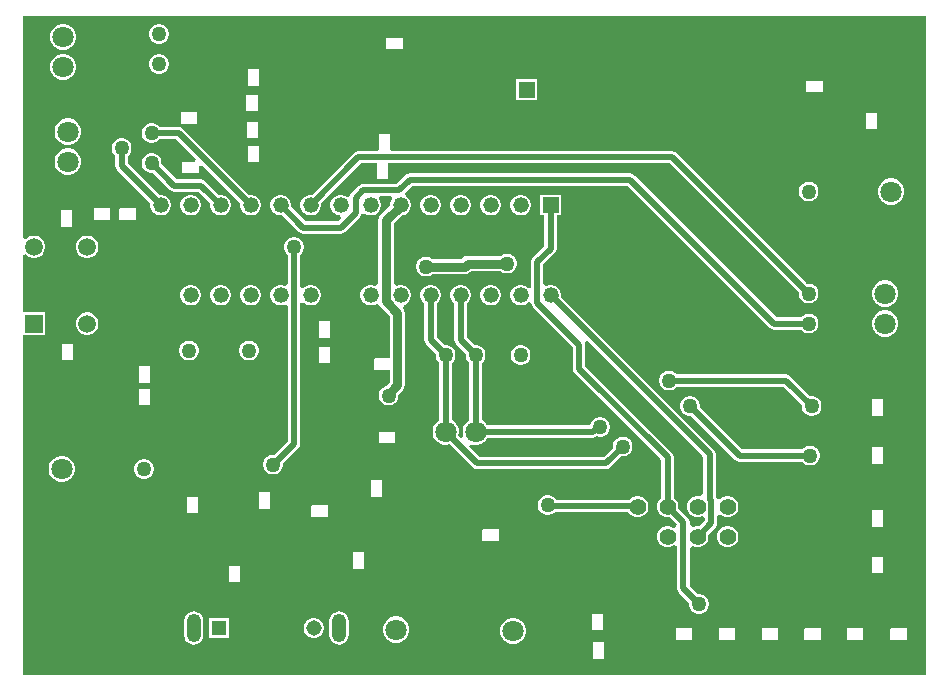
<source format=gbr>
%TF.GenerationSoftware,Altium Limited,Altium Designer,24.10.1 (45)*%
G04 Layer_Physical_Order=2*
G04 Layer_Color=16711680*
%FSLAX25Y25*%
%MOIN*%
%TF.SameCoordinates,9950C81B-CD0A-4F44-AB06-5448DEDD42A1*%
%TF.FilePolarity,Positive*%
%TF.FileFunction,Copper,L2,Bot,Signal*%
%TF.Part,Single*%
G01*
G75*
%TA.AperFunction,Conductor*%
%ADD19C,0.02000*%
%ADD20C,0.03000*%
%TA.AperFunction,ComponentPad*%
%ADD22C,0.07100*%
%ADD23C,0.05000*%
%ADD24R,0.05200X0.05200*%
%ADD25C,0.05200*%
%ADD26O,0.04756X0.09512*%
%ADD27C,0.05150*%
%ADD28R,0.05150X0.05150*%
%ADD29R,0.05900X0.05900*%
%ADD30C,0.05900*%
%ADD31C,0.05600*%
%ADD32R,0.05600X0.05600*%
%ADD33O,0.04200X0.04900*%
%ADD34O,0.04000X0.06700*%
%ADD35C,0.05500*%
%TA.AperFunction,ViaPad*%
%ADD36C,0.05000*%
G36*
X402500Y119000D02*
X101500D01*
Y231264D01*
X101533Y232250D01*
X102500Y232250D01*
X109034D01*
Y239750D01*
X102500D01*
X101533Y239750D01*
X101500Y240736D01*
Y258724D01*
X101595Y258793D01*
X102500Y259071D01*
X102981Y258590D01*
X103836Y258096D01*
X104790Y257841D01*
X105777D01*
X106731Y258096D01*
X107586Y258590D01*
X108284Y259288D01*
X108778Y260143D01*
X109034Y261097D01*
Y262084D01*
X108778Y263038D01*
X108284Y263893D01*
X107586Y264591D01*
X106731Y265085D01*
X105777Y265341D01*
X104790D01*
X103836Y265085D01*
X102981Y264591D01*
X102500Y264110D01*
X101595Y264388D01*
X101500Y264457D01*
Y338500D01*
X402500D01*
Y119000D01*
D02*
G37*
%LPC*%
G36*
X147434Y335800D02*
X146566D01*
X145726Y335575D01*
X144974Y335141D01*
X144359Y334526D01*
X143925Y333774D01*
X143700Y332934D01*
Y332066D01*
X143925Y331226D01*
X144359Y330474D01*
X144974Y329859D01*
X145726Y329425D01*
X146566Y329200D01*
X147434D01*
X148274Y329425D01*
X149026Y329859D01*
X149641Y330474D01*
X150075Y331226D01*
X150300Y332066D01*
Y332934D01*
X150075Y333774D01*
X149641Y334526D01*
X149026Y335141D01*
X148274Y335575D01*
X147434Y335800D01*
D02*
G37*
G36*
X228150Y331308D02*
X222850D01*
X222774Y331276D01*
X222742Y331200D01*
Y327700D01*
X222774Y327624D01*
X222850Y327592D01*
X228150D01*
X228226Y327624D01*
X228258Y327700D01*
Y331200D01*
X228226Y331276D01*
X228150Y331308D01*
D02*
G37*
G36*
X115573Y335850D02*
X114427D01*
X113321Y335554D01*
X112329Y334981D01*
X111519Y334171D01*
X110946Y333179D01*
X110650Y332073D01*
Y330927D01*
X110946Y329821D01*
X111519Y328829D01*
X112329Y328019D01*
X113321Y327446D01*
X114427Y327150D01*
X115573D01*
X116679Y327446D01*
X117671Y328019D01*
X118481Y328829D01*
X119054Y329821D01*
X119350Y330927D01*
Y332073D01*
X119054Y333179D01*
X118481Y334171D01*
X117671Y334981D01*
X116679Y335554D01*
X115573Y335850D01*
D02*
G37*
G36*
X147434Y325800D02*
X146566D01*
X145726Y325575D01*
X144974Y325141D01*
X144359Y324526D01*
X143925Y323774D01*
X143700Y322935D01*
Y322065D01*
X143925Y321226D01*
X144359Y320474D01*
X144974Y319859D01*
X145726Y319425D01*
X146566Y319200D01*
X147434D01*
X148274Y319425D01*
X149026Y319859D01*
X149641Y320474D01*
X150075Y321226D01*
X150300Y322065D01*
Y322935D01*
X150075Y323774D01*
X149641Y324526D01*
X149026Y325141D01*
X148274Y325575D01*
X147434Y325800D01*
D02*
G37*
G36*
X115573Y325850D02*
X114427D01*
X113321Y325554D01*
X112329Y324981D01*
X111519Y324171D01*
X110946Y323179D01*
X110650Y322073D01*
Y320927D01*
X110946Y319821D01*
X111519Y318829D01*
X112329Y318019D01*
X113321Y317446D01*
X114427Y317150D01*
X115573D01*
X116679Y317446D01*
X117671Y318019D01*
X118481Y318829D01*
X119054Y319821D01*
X119350Y320927D01*
Y322073D01*
X119054Y323179D01*
X118481Y324171D01*
X117671Y324981D01*
X116679Y325554D01*
X115573Y325850D01*
D02*
G37*
G36*
X180250Y320758D02*
X176750D01*
X176673Y320726D01*
X176642Y320650D01*
Y315350D01*
X176673Y315273D01*
X176750Y315242D01*
X180250D01*
X180326Y315273D01*
X180358Y315350D01*
Y320650D01*
X180326Y320726D01*
X180250Y320758D01*
D02*
G37*
G36*
X368150Y316858D02*
X362850D01*
X362773Y316827D01*
X362742Y316750D01*
Y313250D01*
X362773Y313174D01*
X362850Y313142D01*
X368150D01*
X368227Y313174D01*
X368258Y313250D01*
Y316750D01*
X368227Y316827D01*
X368150Y316858D01*
D02*
G37*
G36*
X273100Y317600D02*
X265900D01*
Y310400D01*
X273100D01*
Y317600D01*
D02*
G37*
G36*
X179700Y312258D02*
X176200D01*
X176123Y312227D01*
X176092Y312150D01*
Y306850D01*
X176123Y306773D01*
X176200Y306742D01*
X179700D01*
X179777Y306773D01*
X179808Y306850D01*
Y312150D01*
X179777Y312227D01*
X179700Y312258D01*
D02*
G37*
G36*
X159650Y306358D02*
X154350D01*
X154273Y306327D01*
X154242Y306250D01*
Y302750D01*
X154273Y302674D01*
X154350Y302642D01*
X159650D01*
X159727Y302674D01*
X159758Y302750D01*
Y306250D01*
X159727Y306327D01*
X159650Y306358D01*
D02*
G37*
G36*
X386250Y306258D02*
X382750D01*
X382674Y306226D01*
X382642Y306150D01*
Y300850D01*
X382674Y300774D01*
X382750Y300742D01*
X386250D01*
X386327Y300774D01*
X386358Y300850D01*
Y306150D01*
X386327Y306226D01*
X386250Y306258D01*
D02*
G37*
G36*
X179750Y303258D02*
X176250D01*
X176173Y303226D01*
X176142Y303150D01*
Y297850D01*
X176173Y297774D01*
X176250Y297742D01*
X179750D01*
X179826Y297774D01*
X179858Y297850D01*
Y303150D01*
X179826Y303226D01*
X179750Y303258D01*
D02*
G37*
G36*
X117073Y304350D02*
X115927D01*
X114821Y304054D01*
X113829Y303481D01*
X113019Y302671D01*
X112446Y301679D01*
X112150Y300573D01*
Y299427D01*
X112446Y298321D01*
X113019Y297329D01*
X113829Y296519D01*
X114821Y295946D01*
X115927Y295650D01*
X117073D01*
X118179Y295946D01*
X119171Y296519D01*
X119981Y297329D01*
X120554Y298321D01*
X120850Y299427D01*
Y300573D01*
X120554Y301679D01*
X119981Y302671D01*
X119171Y303481D01*
X118179Y304054D01*
X117073Y304350D01*
D02*
G37*
G36*
X223750Y299208D02*
X220250D01*
X220174Y299177D01*
X220142Y299100D01*
Y294439D01*
X220142Y293800D01*
X219218Y293439D01*
X213400D01*
X213400Y293439D01*
X212620Y293284D01*
X211958Y292842D01*
X211958Y292842D01*
X198002Y278886D01*
X197948Y278900D01*
X197052D01*
X196188Y278668D01*
X195412Y278221D01*
X194779Y277588D01*
X194332Y276812D01*
X194100Y275948D01*
Y275052D01*
X194332Y274188D01*
X194779Y273412D01*
X195412Y272779D01*
X196188Y272332D01*
X197052Y272100D01*
X197948D01*
X198812Y272332D01*
X199588Y272779D01*
X200221Y273412D01*
X200668Y274188D01*
X200900Y275052D01*
Y275948D01*
X200886Y276002D01*
X214245Y289361D01*
X219642D01*
Y284300D01*
X219673Y284224D01*
X219750Y284192D01*
X223250D01*
X223326Y284224D01*
X223358Y284300D01*
Y289361D01*
X317255D01*
X360200Y246416D01*
Y245566D01*
X360425Y244726D01*
X360859Y243974D01*
X361474Y243359D01*
X362226Y242925D01*
X363066Y242700D01*
X363934D01*
X364774Y242925D01*
X365526Y243359D01*
X366141Y243974D01*
X366575Y244726D01*
X366800Y245566D01*
Y246434D01*
X366575Y247274D01*
X366141Y248026D01*
X365526Y248641D01*
X364774Y249075D01*
X363934Y249300D01*
X363084D01*
X319542Y292842D01*
X318880Y293284D01*
X318100Y293439D01*
X224782D01*
X223858Y293800D01*
X223858Y294439D01*
Y299100D01*
X223827Y299177D01*
X223750Y299208D01*
D02*
G37*
G36*
X180250Y295258D02*
X176750D01*
X176673Y295227D01*
X176642Y295150D01*
Y289850D01*
X176673Y289774D01*
X176750Y289742D01*
X180250D01*
X180326Y289774D01*
X180358Y289850D01*
Y295150D01*
X180326Y295227D01*
X180250Y295258D01*
D02*
G37*
G36*
X117073Y294350D02*
X115927D01*
X114821Y294054D01*
X113829Y293481D01*
X113019Y292671D01*
X112446Y291679D01*
X112150Y290573D01*
Y289427D01*
X112446Y288321D01*
X113019Y287329D01*
X113829Y286519D01*
X114821Y285946D01*
X115927Y285650D01*
X117073D01*
X118179Y285946D01*
X119171Y286519D01*
X119981Y287329D01*
X120554Y288321D01*
X120850Y289427D01*
Y290573D01*
X120554Y291679D01*
X119981Y292671D01*
X119171Y293481D01*
X118179Y294054D01*
X117073Y294350D01*
D02*
G37*
G36*
X363934Y283300D02*
X363066D01*
X362226Y283075D01*
X361474Y282641D01*
X360859Y282026D01*
X360425Y281274D01*
X360200Y280434D01*
Y279566D01*
X360425Y278726D01*
X360859Y277974D01*
X361474Y277359D01*
X362226Y276925D01*
X363066Y276700D01*
X363934D01*
X364774Y276925D01*
X365526Y277359D01*
X366141Y277974D01*
X366575Y278726D01*
X366800Y279566D01*
Y280434D01*
X366575Y281274D01*
X366141Y282026D01*
X365526Y282641D01*
X364774Y283075D01*
X363934Y283300D01*
D02*
G37*
G36*
X391573Y284350D02*
X390427D01*
X389321Y284054D01*
X388329Y283481D01*
X387519Y282671D01*
X386946Y281679D01*
X386650Y280573D01*
Y279427D01*
X386946Y278321D01*
X387519Y277329D01*
X388329Y276519D01*
X389321Y275946D01*
X390427Y275650D01*
X391573D01*
X392679Y275946D01*
X393671Y276519D01*
X394481Y277329D01*
X395054Y278321D01*
X395350Y279427D01*
Y280573D01*
X395054Y281679D01*
X394481Y282671D01*
X393671Y283481D01*
X392679Y284054D01*
X391573Y284350D01*
D02*
G37*
G36*
X267948Y278900D02*
X267052D01*
X266188Y278668D01*
X265412Y278221D01*
X264779Y277588D01*
X264332Y276812D01*
X264100Y275948D01*
Y275052D01*
X264332Y274188D01*
X264779Y273412D01*
X265412Y272779D01*
X266188Y272332D01*
X267052Y272100D01*
X267948D01*
X268812Y272332D01*
X269588Y272779D01*
X270221Y273412D01*
X270668Y274188D01*
X270900Y275052D01*
Y275948D01*
X270668Y276812D01*
X270221Y277588D01*
X269588Y278221D01*
X268812Y278668D01*
X267948Y278900D01*
D02*
G37*
G36*
X257948D02*
X257052D01*
X256188Y278668D01*
X255412Y278221D01*
X254779Y277588D01*
X254332Y276812D01*
X254100Y275948D01*
Y275052D01*
X254332Y274188D01*
X254779Y273412D01*
X255412Y272779D01*
X256188Y272332D01*
X257052Y272100D01*
X257948D01*
X258812Y272332D01*
X259588Y272779D01*
X260221Y273412D01*
X260668Y274188D01*
X260900Y275052D01*
Y275948D01*
X260668Y276812D01*
X260221Y277588D01*
X259588Y278221D01*
X258812Y278668D01*
X257948Y278900D01*
D02*
G37*
G36*
X247948D02*
X247052D01*
X246188Y278668D01*
X245412Y278221D01*
X244779Y277588D01*
X244332Y276812D01*
X244100Y275948D01*
Y275052D01*
X244332Y274188D01*
X244779Y273412D01*
X245412Y272779D01*
X246188Y272332D01*
X247052Y272100D01*
X247948D01*
X248812Y272332D01*
X249588Y272779D01*
X250221Y273412D01*
X250668Y274188D01*
X250900Y275052D01*
Y275948D01*
X250668Y276812D01*
X250221Y277588D01*
X249588Y278221D01*
X248812Y278668D01*
X247948Y278900D01*
D02*
G37*
G36*
X237948D02*
X237052D01*
X236188Y278668D01*
X235412Y278221D01*
X234779Y277588D01*
X234332Y276812D01*
X234100Y275948D01*
Y275052D01*
X234332Y274188D01*
X234779Y273412D01*
X235412Y272779D01*
X236188Y272332D01*
X237052Y272100D01*
X237948D01*
X238812Y272332D01*
X239588Y272779D01*
X240221Y273412D01*
X240668Y274188D01*
X240900Y275052D01*
Y275948D01*
X240668Y276812D01*
X240221Y277588D01*
X239588Y278221D01*
X238812Y278668D01*
X237948Y278900D01*
D02*
G37*
G36*
X144934Y302800D02*
X144066D01*
X143226Y302575D01*
X142474Y302141D01*
X141859Y301526D01*
X141425Y300774D01*
X141200Y299935D01*
Y299065D01*
X141425Y298226D01*
X141859Y297474D01*
X142474Y296859D01*
X143226Y296425D01*
X144066Y296200D01*
X144934D01*
X145774Y296425D01*
X146526Y296859D01*
X147128Y297461D01*
X152655D01*
X159258Y290858D01*
X158844Y289858D01*
X154850D01*
X154773Y289826D01*
X154742Y289750D01*
Y286250D01*
X154773Y286174D01*
X154850Y286142D01*
X160150D01*
X160227Y286174D01*
X160258Y286250D01*
Y288444D01*
X161258Y288858D01*
X174115Y276002D01*
X174100Y275948D01*
Y275052D01*
X174332Y274188D01*
X174779Y273412D01*
X175412Y272779D01*
X176188Y272332D01*
X177052Y272100D01*
X177948D01*
X178812Y272332D01*
X179588Y272779D01*
X180221Y273412D01*
X180668Y274188D01*
X180900Y275052D01*
Y275948D01*
X180668Y276812D01*
X180221Y277588D01*
X179588Y278221D01*
X178812Y278668D01*
X177948Y278900D01*
X177052D01*
X176998Y278886D01*
X154942Y300942D01*
X154280Y301384D01*
X153500Y301539D01*
X147128D01*
X146526Y302141D01*
X145774Y302575D01*
X144934Y302800D01*
D02*
G37*
G36*
Y292800D02*
X144066D01*
X143226Y292575D01*
X142474Y292141D01*
X141859Y291526D01*
X141425Y290774D01*
X141200Y289934D01*
Y289066D01*
X141425Y288226D01*
X141859Y287474D01*
X142474Y286859D01*
X143226Y286425D01*
X144066Y286200D01*
X144916D01*
X150558Y280558D01*
X151220Y280116D01*
X152000Y279961D01*
X160155D01*
X164114Y276002D01*
X164100Y275948D01*
Y275052D01*
X164332Y274188D01*
X164779Y273412D01*
X165412Y272779D01*
X166188Y272332D01*
X167052Y272100D01*
X167948D01*
X168812Y272332D01*
X169588Y272779D01*
X170221Y273412D01*
X170668Y274188D01*
X170900Y275052D01*
Y275948D01*
X170668Y276812D01*
X170221Y277588D01*
X169588Y278221D01*
X168812Y278668D01*
X167948Y278900D01*
X167052D01*
X166998Y278886D01*
X162442Y283442D01*
X161780Y283884D01*
X161000Y284039D01*
X152845D01*
X147800Y289084D01*
Y289934D01*
X147575Y290774D01*
X147141Y291526D01*
X146526Y292141D01*
X145774Y292575D01*
X144934Y292800D01*
D02*
G37*
G36*
X157948Y278900D02*
X157052D01*
X156188Y278668D01*
X155412Y278221D01*
X154779Y277588D01*
X154332Y276812D01*
X154100Y275948D01*
Y275052D01*
X154332Y274188D01*
X154779Y273412D01*
X155412Y272779D01*
X156188Y272332D01*
X157052Y272100D01*
X157948D01*
X158812Y272332D01*
X159588Y272779D01*
X160221Y273412D01*
X160668Y274188D01*
X160900Y275052D01*
Y275948D01*
X160668Y276812D01*
X160221Y277588D01*
X159588Y278221D01*
X158812Y278668D01*
X157948Y278900D01*
D02*
G37*
G36*
X134934Y297800D02*
X134066D01*
X133226Y297575D01*
X132474Y297141D01*
X131859Y296526D01*
X131425Y295774D01*
X131200Y294935D01*
Y294065D01*
X131425Y293226D01*
X131859Y292474D01*
X132461Y291872D01*
Y288500D01*
X132616Y287720D01*
X133058Y287058D01*
X144114Y276002D01*
X144100Y275948D01*
Y275052D01*
X144332Y274188D01*
X144779Y273412D01*
X145412Y272779D01*
X146188Y272332D01*
X147052Y272100D01*
X147948D01*
X148812Y272332D01*
X149588Y272779D01*
X150221Y273412D01*
X150668Y274188D01*
X150900Y275052D01*
Y275948D01*
X150668Y276812D01*
X150221Y277588D01*
X149588Y278221D01*
X148812Y278668D01*
X147948Y278900D01*
X147052D01*
X146998Y278886D01*
X136539Y289345D01*
Y291872D01*
X137141Y292474D01*
X137575Y293226D01*
X137800Y294065D01*
Y294935D01*
X137575Y295774D01*
X137141Y296526D01*
X136526Y297141D01*
X135774Y297575D01*
X134934Y297800D01*
D02*
G37*
G36*
X139150Y274358D02*
X133850D01*
X133774Y274326D01*
X133742Y274250D01*
Y270750D01*
X133774Y270673D01*
X133850Y270642D01*
X139150D01*
X139226Y270673D01*
X139258Y270750D01*
Y274250D01*
X139226Y274326D01*
X139150Y274358D01*
D02*
G37*
G36*
X130650D02*
X125350D01*
X125274Y274326D01*
X125242Y274250D01*
Y270750D01*
X125274Y270673D01*
X125350Y270642D01*
X130650D01*
X130727Y270673D01*
X130758Y270750D01*
Y274250D01*
X130727Y274326D01*
X130650Y274358D01*
D02*
G37*
G36*
X117750Y273758D02*
X114250D01*
X114173Y273727D01*
X114142Y273650D01*
Y268350D01*
X114173Y268273D01*
X114250Y268242D01*
X117750D01*
X117826Y268273D01*
X117858Y268350D01*
Y273650D01*
X117826Y273727D01*
X117750Y273758D01*
D02*
G37*
G36*
X123494Y265341D02*
X122506D01*
X121553Y265085D01*
X120697Y264591D01*
X119999Y263893D01*
X119506Y263038D01*
X119250Y262084D01*
Y261097D01*
X119506Y260143D01*
X119999Y259288D01*
X120697Y258590D01*
X121553Y258096D01*
X122506Y257841D01*
X123494D01*
X124448Y258096D01*
X125303Y258590D01*
X126001Y259288D01*
X126494Y260143D01*
X126750Y261097D01*
Y262084D01*
X126494Y263038D01*
X126001Y263893D01*
X125303Y264591D01*
X124448Y265085D01*
X123494Y265341D01*
D02*
G37*
G36*
X263435Y259300D02*
X262565D01*
X261726Y259075D01*
X260974Y258641D01*
X260882Y258549D01*
X249809D01*
X248833Y258355D01*
X248006Y257802D01*
X247753Y257549D01*
X238118D01*
X238026Y257641D01*
X237274Y258075D01*
X236435Y258300D01*
X235565D01*
X234726Y258075D01*
X233974Y257641D01*
X233359Y257026D01*
X232925Y256274D01*
X232700Y255434D01*
Y254566D01*
X232925Y253726D01*
X233359Y252974D01*
X233974Y252359D01*
X234726Y251925D01*
X235565Y251700D01*
X236435D01*
X237274Y251925D01*
X238026Y252359D01*
X238118Y252451D01*
X248809D01*
X249784Y252645D01*
X250611Y253198D01*
X250865Y253451D01*
X260882D01*
X260974Y253359D01*
X261726Y252925D01*
X262565Y252700D01*
X263435D01*
X264274Y252925D01*
X265026Y253359D01*
X265641Y253974D01*
X266075Y254726D01*
X266300Y255566D01*
Y256434D01*
X266075Y257274D01*
X265641Y258026D01*
X265026Y258641D01*
X264274Y259075D01*
X263435Y259300D01*
D02*
G37*
G36*
X192434Y264800D02*
X191566D01*
X190726Y264575D01*
X189974Y264141D01*
X189359Y263526D01*
X188925Y262774D01*
X188700Y261934D01*
Y261066D01*
X188925Y260226D01*
X189359Y259474D01*
X189961Y258872D01*
Y249160D01*
X188961Y248583D01*
X188812Y248668D01*
X187948Y248900D01*
X187052D01*
X186188Y248668D01*
X185412Y248221D01*
X184779Y247588D01*
X184332Y246812D01*
X184100Y245948D01*
Y245052D01*
X184332Y244188D01*
X184779Y243412D01*
X185412Y242779D01*
X186188Y242332D01*
X187052Y242100D01*
X187948D01*
X188812Y242332D01*
X188961Y242417D01*
X189961Y241840D01*
Y196845D01*
X185416Y192300D01*
X184566D01*
X183726Y192075D01*
X182974Y191641D01*
X182359Y191026D01*
X181925Y190274D01*
X181700Y189434D01*
Y188566D01*
X181925Y187726D01*
X182359Y186974D01*
X182974Y186359D01*
X183726Y185925D01*
X184566Y185700D01*
X185434D01*
X186274Y185925D01*
X187026Y186359D01*
X187641Y186974D01*
X188075Y187726D01*
X188300Y188566D01*
Y189416D01*
X193442Y194558D01*
X193442Y194558D01*
X193884Y195220D01*
X194039Y196000D01*
Y242785D01*
X195039Y243152D01*
X195412Y242779D01*
X196188Y242332D01*
X197052Y242100D01*
X197948D01*
X198812Y242332D01*
X199588Y242779D01*
X200221Y243412D01*
X200668Y244188D01*
X200900Y245052D01*
Y245948D01*
X200668Y246812D01*
X200221Y247588D01*
X199588Y248221D01*
X198812Y248668D01*
X197948Y248900D01*
X197052D01*
X196188Y248668D01*
X195412Y248221D01*
X195039Y247848D01*
X194039Y248215D01*
Y258872D01*
X194641Y259474D01*
X195075Y260226D01*
X195300Y261066D01*
Y261934D01*
X195075Y262774D01*
X194641Y263526D01*
X194026Y264141D01*
X193274Y264575D01*
X192434Y264800D01*
D02*
G37*
G36*
X280900Y278900D02*
X274100D01*
Y272100D01*
X275461D01*
Y261833D01*
X271658Y258031D01*
X271216Y257369D01*
X271061Y256589D01*
Y248108D01*
X270720Y247897D01*
X270061Y247747D01*
X269588Y248221D01*
X268812Y248668D01*
X267948Y248900D01*
X267052D01*
X266188Y248668D01*
X265412Y248221D01*
X264779Y247588D01*
X264332Y246812D01*
X264100Y245948D01*
Y245052D01*
X264332Y244188D01*
X264779Y243412D01*
X265412Y242779D01*
X266188Y242332D01*
X267052Y242100D01*
X267948D01*
X268812Y242332D01*
X269588Y242779D01*
X270061Y243252D01*
X270723Y243103D01*
X271062Y242894D01*
X271216Y242120D01*
X271658Y241458D01*
X284961Y228155D01*
Y221000D01*
X285116Y220220D01*
X285558Y219558D01*
X314461Y190655D01*
Y177922D01*
X314320Y177841D01*
X313659Y177180D01*
X313192Y176370D01*
X312950Y175467D01*
Y174533D01*
X313192Y173630D01*
X313659Y172820D01*
X314320Y172159D01*
X315130Y171692D01*
X316033Y171450D01*
X316967D01*
X317124Y171492D01*
X319516Y169100D01*
X319437Y168497D01*
X319217Y168307D01*
X318425Y167988D01*
X317870Y168308D01*
X316967Y168550D01*
X316033D01*
X315130Y168308D01*
X314320Y167841D01*
X313659Y167180D01*
X313192Y166370D01*
X312950Y165467D01*
Y164533D01*
X313192Y163630D01*
X313659Y162820D01*
X314320Y162159D01*
X315130Y161692D01*
X316033Y161450D01*
X316967D01*
X317870Y161692D01*
X318680Y162159D01*
X318759Y162238D01*
X319759Y161824D01*
Y147702D01*
X319914Y146922D01*
X320356Y146260D01*
X323700Y142916D01*
Y142066D01*
X323925Y141226D01*
X324359Y140474D01*
X324974Y139859D01*
X325726Y139425D01*
X326566Y139200D01*
X327434D01*
X328274Y139425D01*
X329026Y139859D01*
X329641Y140474D01*
X330075Y141226D01*
X330300Y142066D01*
Y142934D01*
X330075Y143774D01*
X329641Y144526D01*
X329026Y145141D01*
X328274Y145575D01*
X327434Y145800D01*
X326584D01*
X323837Y148547D01*
Y161284D01*
X324837Y161861D01*
X325130Y161692D01*
X326033Y161450D01*
X326967D01*
X327870Y161692D01*
X328680Y162159D01*
X329341Y162820D01*
X329808Y163630D01*
X330050Y164533D01*
Y165467D01*
X330008Y165624D01*
X332492Y168108D01*
X332934Y168770D01*
X333089Y169550D01*
Y171976D01*
X334089Y172390D01*
X334320Y172159D01*
X335130Y171692D01*
X336033Y171450D01*
X336967D01*
X337870Y171692D01*
X338680Y172159D01*
X339341Y172820D01*
X339808Y173630D01*
X340050Y174533D01*
Y175467D01*
X339808Y176370D01*
X339341Y177180D01*
X338680Y177841D01*
X337870Y178308D01*
X336967Y178550D01*
X336033D01*
X335130Y178308D01*
X334320Y177841D01*
X333985Y177506D01*
X333151Y177632D01*
X332908Y177726D01*
X332880Y177746D01*
X332539Y178256D01*
Y192500D01*
X332384Y193280D01*
X331942Y193942D01*
X331942Y193942D01*
X280886Y244998D01*
X280900Y245052D01*
Y245948D01*
X280668Y246812D01*
X280221Y247588D01*
X279588Y248221D01*
X278812Y248668D01*
X277948Y248900D01*
X277052D01*
X276188Y248668D01*
X276139Y248640D01*
X275139Y249218D01*
Y255744D01*
X278942Y259547D01*
X279384Y260208D01*
X279539Y260989D01*
Y272100D01*
X280900D01*
Y278900D01*
D02*
G37*
G36*
X257948Y248900D02*
X257052D01*
X256188Y248668D01*
X255412Y248221D01*
X254779Y247588D01*
X254332Y246812D01*
X254100Y245948D01*
Y245052D01*
X254332Y244188D01*
X254779Y243412D01*
X255412Y242779D01*
X256188Y242332D01*
X257052Y242100D01*
X257948D01*
X258812Y242332D01*
X259588Y242779D01*
X260221Y243412D01*
X260668Y244188D01*
X260900Y245052D01*
Y245948D01*
X260668Y246812D01*
X260221Y247588D01*
X259588Y248221D01*
X258812Y248668D01*
X257948Y248900D01*
D02*
G37*
G36*
X177948D02*
X177052D01*
X176188Y248668D01*
X175412Y248221D01*
X174779Y247588D01*
X174332Y246812D01*
X174100Y245948D01*
Y245052D01*
X174332Y244188D01*
X174779Y243412D01*
X175412Y242779D01*
X176188Y242332D01*
X177052Y242100D01*
X177948D01*
X178812Y242332D01*
X179588Y242779D01*
X180221Y243412D01*
X180668Y244188D01*
X180900Y245052D01*
Y245948D01*
X180668Y246812D01*
X180221Y247588D01*
X179588Y248221D01*
X178812Y248668D01*
X177948Y248900D01*
D02*
G37*
G36*
X167948D02*
X167052D01*
X166188Y248668D01*
X165412Y248221D01*
X164779Y247588D01*
X164332Y246812D01*
X164100Y245948D01*
Y245052D01*
X164332Y244188D01*
X164779Y243412D01*
X165412Y242779D01*
X166188Y242332D01*
X167052Y242100D01*
X167948D01*
X168812Y242332D01*
X169588Y242779D01*
X170221Y243412D01*
X170668Y244188D01*
X170900Y245052D01*
Y245948D01*
X170668Y246812D01*
X170221Y247588D01*
X169588Y248221D01*
X168812Y248668D01*
X167948Y248900D01*
D02*
G37*
G36*
X157948D02*
X157052D01*
X156188Y248668D01*
X155412Y248221D01*
X154779Y247588D01*
X154332Y246812D01*
X154100Y245948D01*
Y245052D01*
X154332Y244188D01*
X154779Y243412D01*
X155412Y242779D01*
X156188Y242332D01*
X157052Y242100D01*
X157948D01*
X158812Y242332D01*
X159588Y242779D01*
X160221Y243412D01*
X160668Y244188D01*
X160900Y245052D01*
Y245948D01*
X160668Y246812D01*
X160221Y247588D01*
X159588Y248221D01*
X158812Y248668D01*
X157948Y248900D01*
D02*
G37*
G36*
X389573Y250350D02*
X388427D01*
X387321Y250054D01*
X386329Y249481D01*
X385519Y248671D01*
X384946Y247679D01*
X384650Y246573D01*
Y245427D01*
X384946Y244321D01*
X385519Y243329D01*
X386329Y242519D01*
X387321Y241946D01*
X388427Y241650D01*
X389573D01*
X390679Y241946D01*
X391671Y242519D01*
X392481Y243329D01*
X393054Y244321D01*
X393350Y245427D01*
Y246573D01*
X393054Y247679D01*
X392481Y248671D01*
X391671Y249481D01*
X390679Y250054D01*
X389573Y250350D01*
D02*
G37*
G36*
X304000Y286039D02*
X230500D01*
X229720Y285884D01*
X229058Y285442D01*
X226155Y282539D01*
X215000D01*
X214220Y282384D01*
X213558Y281942D01*
X211058Y279442D01*
X210616Y278780D01*
X210587Y278635D01*
X209852Y278330D01*
X209496Y278274D01*
X208812Y278668D01*
X207948Y278900D01*
X207052D01*
X206188Y278668D01*
X205412Y278221D01*
X204779Y277588D01*
X204332Y276812D01*
X204100Y275948D01*
Y275052D01*
X204332Y274188D01*
X204779Y273412D01*
X205412Y272779D01*
X206188Y272332D01*
X207052Y272100D01*
X207302D01*
X207716Y271100D01*
X206655Y270039D01*
X195845D01*
X190885Y274998D01*
X190900Y275052D01*
Y275948D01*
X190668Y276812D01*
X190221Y277588D01*
X189588Y278221D01*
X188812Y278668D01*
X187948Y278900D01*
X187052D01*
X186188Y278668D01*
X185412Y278221D01*
X184779Y277588D01*
X184332Y276812D01*
X184100Y275948D01*
Y275052D01*
X184332Y274188D01*
X184779Y273412D01*
X185412Y272779D01*
X186188Y272332D01*
X187052Y272100D01*
X187948D01*
X188002Y272114D01*
X193558Y266558D01*
X194220Y266116D01*
X195000Y265961D01*
X207500D01*
X208280Y266116D01*
X208942Y266558D01*
X213942Y271558D01*
X214384Y272220D01*
X214413Y272365D01*
X215148Y272670D01*
X215504Y272726D01*
X216188Y272332D01*
X217052Y272100D01*
X217948D01*
X218812Y272332D01*
X219588Y272779D01*
X220221Y273412D01*
X220668Y274188D01*
X220900Y275052D01*
Y275948D01*
X220668Y276812D01*
X220294Y277461D01*
X220443Y277946D01*
X220762Y278461D01*
X224238D01*
X224557Y277946D01*
X224706Y277461D01*
X224332Y276812D01*
X224100Y275948D01*
Y275464D01*
X220798Y272162D01*
X220245Y271335D01*
X220051Y270359D01*
Y249108D01*
X219051Y248531D01*
X218812Y248668D01*
X217948Y248900D01*
X217052D01*
X216188Y248668D01*
X215412Y248221D01*
X214779Y247588D01*
X214332Y246812D01*
X214100Y245948D01*
Y245052D01*
X214332Y244188D01*
X214779Y243412D01*
X215412Y242779D01*
X216188Y242332D01*
X217052Y242100D01*
X217948D01*
X218812Y242332D01*
X219212Y242562D01*
X219987Y242512D01*
X220434Y242212D01*
X220798Y241668D01*
X223901Y238564D01*
Y224358D01*
X218850D01*
X218774Y224326D01*
X218742Y224250D01*
Y220750D01*
X218774Y220673D01*
X218850Y220642D01*
X223901D01*
Y216547D01*
X222503Y215149D01*
X222226Y215075D01*
X221474Y214641D01*
X220859Y214026D01*
X220425Y213274D01*
X220200Y212435D01*
Y211565D01*
X220425Y210726D01*
X220859Y209974D01*
X221474Y209359D01*
X222226Y208925D01*
X223065Y208700D01*
X223935D01*
X224774Y208925D01*
X225526Y209359D01*
X226141Y209974D01*
X226575Y210726D01*
X226800Y211565D01*
Y212236D01*
X228252Y213689D01*
X228805Y214516D01*
X228999Y215491D01*
Y239620D01*
X228805Y240596D01*
X228409Y241188D01*
X228565Y241966D01*
X228769Y242320D01*
X228812Y242332D01*
X229588Y242779D01*
X230221Y243412D01*
X230668Y244188D01*
X230900Y245052D01*
Y245948D01*
X230668Y246812D01*
X230221Y247588D01*
X229588Y248221D01*
X228812Y248668D01*
X227948Y248900D01*
X227052D01*
X226188Y248668D01*
X226149Y248646D01*
X225149Y249223D01*
Y269303D01*
X227946Y272100D01*
X227948D01*
X228812Y272332D01*
X229588Y272779D01*
X230221Y273412D01*
X230668Y274188D01*
X230900Y275052D01*
Y275948D01*
X230668Y276812D01*
X230221Y277588D01*
X229588Y278221D01*
X229227Y278429D01*
X228990Y279468D01*
X229029Y279645D01*
X231345Y281961D01*
X303155D01*
X350558Y234558D01*
X351220Y234116D01*
X352000Y233961D01*
X360872D01*
X361474Y233359D01*
X362226Y232925D01*
X363066Y232700D01*
X363934D01*
X364774Y232925D01*
X365526Y233359D01*
X366141Y233974D01*
X366575Y234726D01*
X366800Y235565D01*
Y236435D01*
X366575Y237274D01*
X366141Y238026D01*
X365526Y238641D01*
X364774Y239075D01*
X363934Y239300D01*
X363066D01*
X362226Y239075D01*
X361474Y238641D01*
X360872Y238039D01*
X352845D01*
X305442Y285442D01*
X304780Y285884D01*
X304000Y286039D01*
D02*
G37*
G36*
X123494Y239750D02*
X122506D01*
X121553Y239494D01*
X120697Y239001D01*
X119999Y238303D01*
X119506Y237447D01*
X119250Y236494D01*
Y235506D01*
X119506Y234553D01*
X119999Y233697D01*
X120697Y232999D01*
X121553Y232506D01*
X122506Y232250D01*
X123494D01*
X124448Y232506D01*
X125303Y232999D01*
X126001Y233697D01*
X126494Y234553D01*
X126750Y235506D01*
Y236494D01*
X126494Y237447D01*
X126001Y238303D01*
X125303Y239001D01*
X124448Y239494D01*
X123494Y239750D01*
D02*
G37*
G36*
X389573Y240350D02*
X388427D01*
X387321Y240054D01*
X386329Y239481D01*
X385519Y238671D01*
X384946Y237679D01*
X384650Y236573D01*
Y235427D01*
X384946Y234321D01*
X385519Y233329D01*
X386329Y232519D01*
X387321Y231946D01*
X388427Y231650D01*
X389573D01*
X390679Y231946D01*
X391671Y232519D01*
X392481Y233329D01*
X393054Y234321D01*
X393350Y235427D01*
Y236573D01*
X393054Y237679D01*
X392481Y238671D01*
X391671Y239481D01*
X390679Y240054D01*
X389573Y240350D01*
D02*
G37*
G36*
X203750Y236758D02*
X200250D01*
X200173Y236726D01*
X200142Y236650D01*
Y231350D01*
X200173Y231274D01*
X200250Y231242D01*
X203750D01*
X203826Y231274D01*
X203858Y231350D01*
Y236650D01*
X203826Y236726D01*
X203750Y236758D01*
D02*
G37*
G36*
X118250Y229258D02*
X114750D01*
X114673Y229226D01*
X114642Y229150D01*
Y223850D01*
X114673Y223774D01*
X114750Y223742D01*
X118250D01*
X118326Y223774D01*
X118358Y223850D01*
Y229150D01*
X118326Y229226D01*
X118250Y229258D01*
D02*
G37*
G36*
X177484Y230300D02*
X176616D01*
X175776Y230075D01*
X175024Y229641D01*
X174409Y229026D01*
X173975Y228274D01*
X173750Y227434D01*
Y226566D01*
X173975Y225726D01*
X174409Y224974D01*
X175024Y224359D01*
X175776Y223925D01*
X176616Y223700D01*
X177484D01*
X178324Y223925D01*
X179076Y224359D01*
X179691Y224974D01*
X180125Y225726D01*
X180350Y226566D01*
Y227434D01*
X180125Y228274D01*
X179691Y229026D01*
X179076Y229641D01*
X178324Y230075D01*
X177484Y230300D01*
D02*
G37*
G36*
X157484D02*
X156616D01*
X155776Y230075D01*
X155024Y229641D01*
X154409Y229026D01*
X153975Y228274D01*
X153750Y227434D01*
Y226566D01*
X153975Y225726D01*
X154409Y224974D01*
X155024Y224359D01*
X155776Y223925D01*
X156616Y223700D01*
X157484D01*
X158324Y223925D01*
X159076Y224359D01*
X159691Y224974D01*
X160125Y225726D01*
X160350Y226566D01*
Y227434D01*
X160125Y228274D01*
X159691Y229026D01*
X159076Y229641D01*
X158324Y230075D01*
X157484Y230300D01*
D02*
G37*
G36*
X203800Y228258D02*
X200300D01*
X200223Y228226D01*
X200192Y228150D01*
Y222850D01*
X200223Y222774D01*
X200300Y222742D01*
X203800D01*
X203876Y222774D01*
X203908Y222850D01*
Y228150D01*
X203876Y228226D01*
X203800Y228258D01*
D02*
G37*
G36*
X267934Y228800D02*
X267066D01*
X266226Y228575D01*
X265474Y228141D01*
X264859Y227526D01*
X264425Y226774D01*
X264200Y225935D01*
Y225065D01*
X264425Y224226D01*
X264859Y223474D01*
X265474Y222859D01*
X266226Y222425D01*
X267066Y222200D01*
X267934D01*
X268774Y222425D01*
X269526Y222859D01*
X270141Y223474D01*
X270575Y224226D01*
X270800Y225065D01*
Y225935D01*
X270575Y226774D01*
X270141Y227526D01*
X269526Y228141D01*
X268774Y228575D01*
X267934Y228800D01*
D02*
G37*
G36*
X143750Y221758D02*
X140250D01*
X140173Y221726D01*
X140142Y221650D01*
Y216350D01*
X140173Y216273D01*
X140250Y216242D01*
X143750D01*
X143826Y216273D01*
X143858Y216350D01*
Y221650D01*
X143826Y221726D01*
X143750Y221758D01*
D02*
G37*
G36*
Y214258D02*
X140250D01*
X140173Y214227D01*
X140142Y214150D01*
Y208850D01*
X140173Y208773D01*
X140250Y208742D01*
X143750D01*
X143826Y208773D01*
X143858Y208850D01*
Y214150D01*
X143826Y214227D01*
X143750Y214258D01*
D02*
G37*
G36*
X388250Y210758D02*
X384750D01*
X384674Y210726D01*
X384642Y210650D01*
Y205350D01*
X384674Y205274D01*
X384750Y205242D01*
X388250D01*
X388327Y205274D01*
X388358Y205350D01*
Y210650D01*
X388327Y210726D01*
X388250Y210758D01*
D02*
G37*
G36*
X317435Y220300D02*
X316565D01*
X315726Y220075D01*
X314974Y219641D01*
X314359Y219026D01*
X313925Y218274D01*
X313700Y217435D01*
Y216565D01*
X313925Y215726D01*
X314359Y214974D01*
X314974Y214359D01*
X315726Y213925D01*
X316565Y213700D01*
X317435D01*
X318274Y213925D01*
X319026Y214359D01*
X319628Y214961D01*
X355155D01*
X361200Y208916D01*
Y208066D01*
X361425Y207226D01*
X361859Y206474D01*
X362474Y205859D01*
X363226Y205425D01*
X364066Y205200D01*
X364934D01*
X365774Y205425D01*
X366526Y205859D01*
X367141Y206474D01*
X367575Y207226D01*
X367800Y208066D01*
Y208934D01*
X367575Y209774D01*
X367141Y210526D01*
X366526Y211141D01*
X365774Y211575D01*
X364934Y211800D01*
X364084D01*
X357442Y218442D01*
X356780Y218884D01*
X356000Y219039D01*
X319628D01*
X319026Y219641D01*
X318274Y220075D01*
X317435Y220300D01*
D02*
G37*
G36*
X247948Y248900D02*
X247052D01*
X246188Y248668D01*
X245412Y248221D01*
X244779Y247588D01*
X244332Y246812D01*
X244100Y245948D01*
Y245052D01*
X244332Y244188D01*
X244779Y243412D01*
X245412Y242779D01*
X245461Y242751D01*
Y230500D01*
X245616Y229720D01*
X246058Y229058D01*
X249200Y225916D01*
Y225065D01*
X249425Y224226D01*
X249859Y223474D01*
X250461Y222872D01*
Y203846D01*
X249829Y203481D01*
X249019Y202671D01*
X248446Y201679D01*
X248150Y200573D01*
Y199427D01*
X248446Y198321D01*
X247604Y197780D01*
X246661Y198723D01*
X246850Y199427D01*
Y200573D01*
X246554Y201679D01*
X245981Y202671D01*
X245171Y203481D01*
X244539Y203846D01*
Y222872D01*
X245141Y223474D01*
X245575Y224226D01*
X245800Y225065D01*
Y225935D01*
X245575Y226774D01*
X245141Y227526D01*
X244526Y228141D01*
X243774Y228575D01*
X242934Y228800D01*
X242084D01*
X239539Y231345D01*
Y242751D01*
X239588Y242779D01*
X240221Y243412D01*
X240668Y244188D01*
X240900Y245052D01*
Y245948D01*
X240668Y246812D01*
X240221Y247588D01*
X239588Y248221D01*
X238812Y248668D01*
X237948Y248900D01*
X237052D01*
X236188Y248668D01*
X235412Y248221D01*
X234779Y247588D01*
X234332Y246812D01*
X234100Y245948D01*
Y245052D01*
X234332Y244188D01*
X234779Y243412D01*
X235412Y242779D01*
X235461Y242751D01*
Y230500D01*
X235616Y229720D01*
X236058Y229058D01*
X239200Y225916D01*
Y225065D01*
X239425Y224226D01*
X239859Y223474D01*
X240461Y222872D01*
Y203846D01*
X239829Y203481D01*
X239019Y202671D01*
X238446Y201679D01*
X238150Y200573D01*
Y199427D01*
X238446Y198321D01*
X239019Y197329D01*
X239829Y196519D01*
X240821Y195946D01*
X241927Y195650D01*
X243073D01*
X243777Y195839D01*
X251558Y188058D01*
X252220Y187616D01*
X253000Y187461D01*
X296000D01*
X296780Y187616D01*
X297442Y188058D01*
X301084Y191700D01*
X301935D01*
X302774Y191925D01*
X303526Y192359D01*
X304141Y192974D01*
X304575Y193726D01*
X304800Y194566D01*
Y195434D01*
X304575Y196274D01*
X304141Y197026D01*
X303526Y197641D01*
X302774Y198075D01*
X301935Y198300D01*
X301065D01*
X300226Y198075D01*
X299474Y197641D01*
X298859Y197026D01*
X298425Y196274D01*
X298200Y195434D01*
Y194584D01*
X295155Y191539D01*
X253845D01*
X250279Y195104D01*
X250821Y195946D01*
X251927Y195650D01*
X253073D01*
X254179Y195946D01*
X255171Y196519D01*
X255981Y197329D01*
X256346Y197961D01*
X291688D01*
X292469Y198116D01*
X292872Y198386D01*
X293566Y198200D01*
X294434D01*
X295274Y198425D01*
X296026Y198859D01*
X296641Y199474D01*
X297075Y200226D01*
X297300Y201066D01*
Y201934D01*
X297075Y202774D01*
X296641Y203526D01*
X296026Y204141D01*
X295274Y204575D01*
X294434Y204800D01*
X293566D01*
X292726Y204575D01*
X291974Y204141D01*
X291359Y203526D01*
X290925Y202774D01*
X290728Y202039D01*
X256346D01*
X255981Y202671D01*
X255171Y203481D01*
X254539Y203846D01*
Y222872D01*
X255141Y223474D01*
X255575Y224226D01*
X255800Y225065D01*
Y225935D01*
X255575Y226774D01*
X255141Y227526D01*
X254526Y228141D01*
X253774Y228575D01*
X252935Y228800D01*
X252084D01*
X249539Y231345D01*
Y242751D01*
X249588Y242779D01*
X250221Y243412D01*
X250668Y244188D01*
X250900Y245052D01*
Y245948D01*
X250668Y246812D01*
X250221Y247588D01*
X249588Y248221D01*
X248812Y248668D01*
X247948Y248900D01*
D02*
G37*
G36*
X225650Y199858D02*
X220350D01*
X220273Y199827D01*
X220242Y199750D01*
Y196250D01*
X220273Y196174D01*
X220350Y196142D01*
X225650D01*
X225727Y196174D01*
X225758Y196250D01*
Y199750D01*
X225727Y199827D01*
X225650Y199858D01*
D02*
G37*
G36*
X388250Y194758D02*
X384750D01*
X384674Y194727D01*
X384642Y194650D01*
Y189350D01*
X384674Y189274D01*
X384750Y189242D01*
X388250D01*
X388327Y189274D01*
X388358Y189350D01*
Y194650D01*
X388327Y194727D01*
X388250Y194758D01*
D02*
G37*
G36*
X324434Y211800D02*
X323566D01*
X322726Y211575D01*
X321974Y211141D01*
X321359Y210526D01*
X320925Y209774D01*
X320700Y208934D01*
Y208066D01*
X320925Y207226D01*
X321359Y206474D01*
X321974Y205859D01*
X322726Y205425D01*
X323566Y205200D01*
X324416D01*
X339058Y190558D01*
X339720Y190116D01*
X340500Y189961D01*
X361372D01*
X361974Y189359D01*
X362726Y188925D01*
X363565Y188700D01*
X364435D01*
X365274Y188925D01*
X366026Y189359D01*
X366641Y189974D01*
X367075Y190726D01*
X367300Y191566D01*
Y192434D01*
X367075Y193274D01*
X366641Y194026D01*
X366026Y194641D01*
X365274Y195075D01*
X364435Y195300D01*
X363565D01*
X362726Y195075D01*
X361974Y194641D01*
X361372Y194039D01*
X341345D01*
X327300Y208084D01*
Y208934D01*
X327075Y209774D01*
X326641Y210526D01*
X326026Y211141D01*
X325274Y211575D01*
X324434Y211800D01*
D02*
G37*
G36*
X142434Y190800D02*
X141566D01*
X140726Y190575D01*
X139974Y190141D01*
X139359Y189526D01*
X138925Y188774D01*
X138700Y187934D01*
Y187066D01*
X138925Y186226D01*
X139359Y185474D01*
X139974Y184859D01*
X140726Y184425D01*
X141566Y184200D01*
X142434D01*
X143274Y184425D01*
X144026Y184859D01*
X144641Y185474D01*
X145075Y186226D01*
X145300Y187066D01*
Y187934D01*
X145075Y188774D01*
X144641Y189526D01*
X144026Y190141D01*
X143274Y190575D01*
X142434Y190800D01*
D02*
G37*
G36*
X115073Y191850D02*
X113927D01*
X112821Y191554D01*
X111829Y190981D01*
X111019Y190171D01*
X110446Y189179D01*
X110150Y188073D01*
Y186927D01*
X110446Y185821D01*
X111019Y184829D01*
X111829Y184019D01*
X112821Y183446D01*
X113927Y183150D01*
X115073D01*
X116179Y183446D01*
X117171Y184019D01*
X117981Y184829D01*
X118554Y185821D01*
X118850Y186927D01*
Y188073D01*
X118554Y189179D01*
X117981Y190171D01*
X117171Y190981D01*
X116179Y191554D01*
X115073Y191850D01*
D02*
G37*
G36*
X221250Y183758D02*
X217750D01*
X217673Y183727D01*
X217642Y183650D01*
Y178350D01*
X217673Y178273D01*
X217750Y178242D01*
X221250D01*
X221326Y178273D01*
X221358Y178350D01*
Y183650D01*
X221326Y183727D01*
X221250Y183758D01*
D02*
G37*
G36*
X183750Y179758D02*
X180250D01*
X180174Y179727D01*
X180142Y179650D01*
Y174350D01*
X180174Y174274D01*
X180250Y174242D01*
X183750D01*
X183826Y174274D01*
X183858Y174350D01*
Y179650D01*
X183826Y179727D01*
X183750Y179758D01*
D02*
G37*
G36*
X159750Y178258D02*
X156250D01*
X156174Y178226D01*
X156142Y178150D01*
Y172850D01*
X156174Y172774D01*
X156250Y172742D01*
X159750D01*
X159827Y172774D01*
X159858Y172850D01*
Y178150D01*
X159827Y178226D01*
X159750Y178258D01*
D02*
G37*
G36*
X203150Y175358D02*
X197850D01*
X197774Y175327D01*
X197742Y175250D01*
Y171750D01*
X197774Y171674D01*
X197850Y171642D01*
X203150D01*
X203226Y171674D01*
X203258Y171750D01*
Y175250D01*
X203226Y175327D01*
X203150Y175358D01*
D02*
G37*
G36*
X276935Y178800D02*
X276065D01*
X275226Y178575D01*
X274474Y178141D01*
X273859Y177526D01*
X273425Y176774D01*
X273200Y175934D01*
Y175066D01*
X273425Y174226D01*
X273859Y173474D01*
X274474Y172859D01*
X275226Y172425D01*
X276065Y172200D01*
X276935D01*
X277774Y172425D01*
X278526Y172859D01*
X278878Y173211D01*
X303434D01*
X303659Y172820D01*
X304320Y172159D01*
X305130Y171692D01*
X306033Y171450D01*
X306967D01*
X307870Y171692D01*
X308680Y172159D01*
X309341Y172820D01*
X309808Y173630D01*
X310050Y174533D01*
Y175467D01*
X309808Y176370D01*
X309341Y177180D01*
X308680Y177841D01*
X307870Y178308D01*
X306967Y178550D01*
X306033D01*
X305130Y178308D01*
X304320Y177841D01*
X303769Y177289D01*
X279277D01*
X279141Y177526D01*
X278526Y178141D01*
X277774Y178575D01*
X276935Y178800D01*
D02*
G37*
G36*
X388250Y173758D02*
X384750D01*
X384674Y173726D01*
X384642Y173650D01*
Y168350D01*
X384674Y168273D01*
X384750Y168242D01*
X388250D01*
X388327Y168273D01*
X388358Y168350D01*
Y173650D01*
X388327Y173726D01*
X388250Y173758D01*
D02*
G37*
G36*
X260150Y167358D02*
X254850D01*
X254773Y167326D01*
X254742Y167250D01*
Y163750D01*
X254773Y163673D01*
X254850Y163642D01*
X260150D01*
X260226Y163673D01*
X260258Y163750D01*
Y167250D01*
X260226Y167326D01*
X260150Y167358D01*
D02*
G37*
G36*
X336967Y168550D02*
X336033D01*
X335130Y168308D01*
X334320Y167841D01*
X333659Y167180D01*
X333192Y166370D01*
X332950Y165467D01*
Y164533D01*
X333192Y163630D01*
X333659Y162820D01*
X334320Y162159D01*
X335130Y161692D01*
X336033Y161450D01*
X336967D01*
X337870Y161692D01*
X338680Y162159D01*
X339341Y162820D01*
X339808Y163630D01*
X340050Y164533D01*
Y165467D01*
X339808Y166370D01*
X339341Y167180D01*
X338680Y167841D01*
X337870Y168308D01*
X336967Y168550D01*
D02*
G37*
G36*
X215250Y159758D02*
X211750D01*
X211673Y159727D01*
X211642Y159650D01*
Y154350D01*
X211673Y154273D01*
X211750Y154242D01*
X215250D01*
X215326Y154273D01*
X215358Y154350D01*
Y159650D01*
X215326Y159727D01*
X215250Y159758D01*
D02*
G37*
G36*
X388250Y158258D02*
X384750D01*
X384674Y158227D01*
X384642Y158150D01*
Y152850D01*
X384674Y152773D01*
X384750Y152742D01*
X388250D01*
X388327Y152773D01*
X388358Y152850D01*
Y158150D01*
X388327Y158227D01*
X388250Y158258D01*
D02*
G37*
G36*
X173750Y155258D02*
X170250D01*
X170174Y155227D01*
X170142Y155150D01*
Y149850D01*
X170174Y149774D01*
X170250Y149742D01*
X173750D01*
X173827Y149774D01*
X173858Y149850D01*
Y155150D01*
X173827Y155227D01*
X173750Y155258D01*
D02*
G37*
G36*
X295000Y139258D02*
X291500D01*
X291424Y139226D01*
X291392Y139150D01*
Y133850D01*
X291424Y133774D01*
X291500Y133742D01*
X295000D01*
X295076Y133774D01*
X295108Y133850D01*
Y139150D01*
X295076Y139226D01*
X295000Y139258D01*
D02*
G37*
G36*
X198980Y137875D02*
X198091D01*
X197233Y137645D01*
X196463Y137200D01*
X195835Y136572D01*
X195391Y135803D01*
X195161Y134944D01*
Y134056D01*
X195391Y133197D01*
X195835Y132428D01*
X196463Y131799D01*
X197233Y131355D01*
X198091Y131125D01*
X198980D01*
X199838Y131355D01*
X200608Y131799D01*
X201236Y132428D01*
X201680Y133197D01*
X201910Y134056D01*
Y134944D01*
X201680Y135803D01*
X201236Y136572D01*
X200608Y137200D01*
X199838Y137645D01*
X198980Y137875D01*
D02*
G37*
G36*
X170414D02*
X163665D01*
Y131125D01*
X170414D01*
Y137875D01*
D02*
G37*
G36*
X396150Y134358D02*
X390850D01*
X390774Y134327D01*
X390742Y134250D01*
Y130750D01*
X390774Y130674D01*
X390850Y130642D01*
X396150D01*
X396227Y130674D01*
X396258Y130750D01*
Y134250D01*
X396227Y134327D01*
X396150Y134358D01*
D02*
G37*
G36*
X381650D02*
X376350D01*
X376273Y134327D01*
X376242Y134250D01*
Y130750D01*
X376273Y130674D01*
X376350Y130642D01*
X381650D01*
X381727Y130674D01*
X381758Y130750D01*
Y134250D01*
X381727Y134327D01*
X381650Y134358D01*
D02*
G37*
G36*
X367520D02*
X362220D01*
X362143Y134327D01*
X362112Y134250D01*
Y130750D01*
X362143Y130674D01*
X362220Y130642D01*
X367520D01*
X367597Y130674D01*
X367628Y130750D01*
Y134250D01*
X367597Y134327D01*
X367520Y134358D01*
D02*
G37*
G36*
X353230D02*
X347930D01*
X347853Y134327D01*
X347822Y134250D01*
Y130750D01*
X347853Y130674D01*
X347930Y130642D01*
X353230D01*
X353307Y130674D01*
X353338Y130750D01*
Y134250D01*
X353307Y134327D01*
X353230Y134358D01*
D02*
G37*
G36*
X338940D02*
X333640D01*
X333563Y134327D01*
X333532Y134250D01*
Y130750D01*
X333563Y130674D01*
X333640Y130642D01*
X338940D01*
X339017Y130674D01*
X339048Y130750D01*
Y134250D01*
X339017Y134327D01*
X338940Y134358D01*
D02*
G37*
G36*
X324650D02*
X319350D01*
X319273Y134327D01*
X319242Y134250D01*
Y130750D01*
X319273Y130674D01*
X319350Y130642D01*
X324650D01*
X324727Y130674D01*
X324758Y130750D01*
Y134250D01*
X324727Y134327D01*
X324650Y134358D01*
D02*
G37*
G36*
X226573Y138350D02*
X225427D01*
X224321Y138054D01*
X223329Y137481D01*
X222519Y136671D01*
X221946Y135679D01*
X221650Y134573D01*
Y133427D01*
X221946Y132321D01*
X222519Y131329D01*
X223329Y130519D01*
X224321Y129946D01*
X225427Y129650D01*
X226573D01*
X227679Y129946D01*
X228671Y130519D01*
X229481Y131329D01*
X230054Y132321D01*
X230350Y133427D01*
Y134573D01*
X230054Y135679D01*
X229481Y136671D01*
X228671Y137481D01*
X227679Y138054D01*
X226573Y138350D01*
D02*
G37*
G36*
X265573Y137850D02*
X264427D01*
X263321Y137554D01*
X262329Y136981D01*
X261519Y136171D01*
X260946Y135179D01*
X260650Y134073D01*
Y132927D01*
X260946Y131821D01*
X261519Y130829D01*
X262329Y130019D01*
X263321Y129446D01*
X264427Y129150D01*
X265573D01*
X266679Y129446D01*
X267671Y130019D01*
X268481Y130829D01*
X269054Y131821D01*
X269350Y132927D01*
Y134073D01*
X269054Y135179D01*
X268481Y136171D01*
X267671Y136981D01*
X266679Y137554D01*
X265573Y137850D01*
D02*
G37*
G36*
X207000Y140083D02*
X206170Y139974D01*
X205397Y139654D01*
X204733Y139145D01*
X204224Y138481D01*
X203904Y137708D01*
X203795Y136878D01*
Y132122D01*
X203904Y131292D01*
X204224Y130519D01*
X204733Y129856D01*
X205397Y129346D01*
X206170Y129026D01*
X207000Y128917D01*
X207830Y129026D01*
X208603Y129346D01*
X209266Y129856D01*
X209776Y130519D01*
X210096Y131292D01*
X210205Y132122D01*
Y136878D01*
X210096Y137708D01*
X209776Y138481D01*
X209266Y139145D01*
X208603Y139654D01*
X207830Y139974D01*
X207000Y140083D01*
D02*
G37*
G36*
X158575D02*
X157745Y139974D01*
X156972Y139654D01*
X156308Y139145D01*
X155799Y138481D01*
X155479Y137708D01*
X155369Y136878D01*
Y132122D01*
X155479Y131292D01*
X155799Y130519D01*
X156308Y129856D01*
X156972Y129346D01*
X157745Y129026D01*
X158575Y128917D01*
X159404Y129026D01*
X160178Y129346D01*
X160841Y129856D01*
X161351Y130519D01*
X161671Y131292D01*
X161780Y132122D01*
Y136878D01*
X161671Y137708D01*
X161351Y138481D01*
X160841Y139145D01*
X160178Y139654D01*
X159404Y139974D01*
X158575Y140083D01*
D02*
G37*
G36*
X295250Y129758D02*
X291750D01*
X291673Y129727D01*
X291642Y129650D01*
Y124350D01*
X291673Y124274D01*
X291750Y124242D01*
X295250D01*
X295326Y124274D01*
X295358Y124350D01*
Y129650D01*
X295326Y129727D01*
X295250Y129758D01*
D02*
G37*
%LPD*%
G36*
X328461Y191655D02*
Y179019D01*
X327461Y178418D01*
X326967Y178550D01*
X326033D01*
X325130Y178308D01*
X324320Y177841D01*
X323659Y177180D01*
X323192Y176370D01*
X322950Y175467D01*
Y174533D01*
X323192Y173630D01*
X323659Y172820D01*
X324320Y172159D01*
X325130Y171692D01*
X326033Y171450D01*
X326967D01*
X327870Y171692D01*
X327983Y171757D01*
X328811Y171299D01*
X328895Y170279D01*
X327124Y168508D01*
X326967Y168550D01*
X326033D01*
X325130Y168308D01*
X324837Y168139D01*
X323837Y168716D01*
Y169702D01*
X323682Y170483D01*
X323240Y171144D01*
X320008Y174376D01*
X320050Y174533D01*
Y175467D01*
X319808Y176370D01*
X319341Y177180D01*
X318680Y177841D01*
X318539Y177922D01*
Y191500D01*
X318384Y192280D01*
X317942Y192942D01*
X289039Y221845D01*
Y229000D01*
X288884Y229780D01*
X288808Y229894D01*
X289585Y230531D01*
X328461Y191655D01*
D02*
G37*
D19*
X230500Y284000D02*
X304000D01*
X227000Y280500D02*
X230500Y284000D01*
X215000Y280500D02*
X227000D01*
X212500Y278000D02*
X215000Y280500D01*
X304000Y284000D02*
X352000Y236000D01*
X363500D01*
X212500Y273000D02*
Y278000D01*
X134500Y288500D02*
X147500Y275500D01*
X134500Y288500D02*
Y294500D01*
X144500Y289500D02*
X152000Y282000D01*
X161000D02*
X167500Y275500D01*
X152000Y282000D02*
X161000D01*
X153500Y299500D02*
X177500Y275500D01*
X144500Y299500D02*
X153500D01*
X192000Y196000D02*
Y261500D01*
X185000Y189000D02*
X192000Y196000D01*
X207500Y268000D02*
X212500Y273000D01*
X195000Y268000D02*
X207500D01*
X187500Y275500D02*
X195000Y268000D01*
X318100Y291400D02*
X363500Y246000D01*
X213400Y291400D02*
X318100D01*
X197500Y275500D02*
X213400Y291400D01*
X340500Y192000D02*
X364000D01*
X324000Y208500D02*
X340500Y192000D01*
X296000Y189500D02*
X301500Y195000D01*
X253000Y189500D02*
X296000D01*
X242500Y200000D02*
X253000Y189500D01*
X356000Y217000D02*
X364500Y208500D01*
X317000Y217000D02*
X356000D01*
X293188Y201500D02*
X294000D01*
X252500Y200000D02*
X291688D01*
X293188Y201500D01*
X330500Y177435D02*
Y192500D01*
X277500Y245500D02*
X330500Y192500D01*
X287000Y221000D02*
Y229000D01*
X273100Y242900D02*
Y256589D01*
Y242900D02*
X287000Y229000D01*
Y221000D02*
X316500Y191500D01*
Y175000D02*
Y191500D01*
Y175000D02*
X321798Y169702D01*
X326500Y165000D02*
X331050Y169550D01*
Y176885D01*
X330500Y177435D02*
X331050Y176885D01*
X321798Y147702D02*
X327000Y142500D01*
X321798Y147702D02*
Y169702D01*
X276750Y175250D02*
X306250D01*
X276500Y175500D02*
X276750Y175250D01*
X306250D02*
X306500Y175000D01*
X252500Y200000D02*
Y225500D01*
X242500Y200000D02*
Y225500D01*
X247500Y230500D02*
X252500Y225500D01*
X247500Y230500D02*
Y245500D01*
X237500Y230500D02*
Y245500D01*
Y230500D02*
X242500Y225500D01*
X273100Y256589D02*
X277500Y260989D01*
Y275500D01*
D20*
X248809Y255000D02*
X249809Y256000D01*
X263000D01*
X236000Y255000D02*
X248809D01*
X223500Y212000D02*
Y212541D01*
X226450Y215491D01*
Y239620D01*
X222600Y243470D02*
X226450Y239620D01*
X222600Y243470D02*
Y270359D01*
X227500Y275259D01*
Y275500D01*
D22*
X275000Y133500D02*
D03*
X265000D02*
D03*
X391000Y270000D02*
D03*
Y280000D02*
D03*
X116500Y290000D02*
D03*
Y300000D02*
D03*
X236000Y134000D02*
D03*
X226000D02*
D03*
X242500Y200000D02*
D03*
X252500D02*
D03*
X114500Y197500D02*
D03*
Y187500D02*
D03*
X389000Y236000D02*
D03*
Y246000D02*
D03*
X115000Y321500D02*
D03*
Y331500D02*
D03*
D23*
X147000Y332500D02*
D03*
Y322500D02*
D03*
X177050Y227000D02*
D03*
X167050D02*
D03*
X157050D02*
D03*
X144500Y299500D02*
D03*
Y289500D02*
D03*
X142000Y197500D02*
D03*
Y187500D02*
D03*
X363500Y246000D02*
D03*
Y236000D02*
D03*
Y280000D02*
D03*
Y270000D02*
D03*
X252500Y225500D02*
D03*
X242500D02*
D03*
X267500D02*
D03*
X277500D02*
D03*
D24*
Y275500D02*
D03*
D25*
X267500D02*
D03*
X257500D02*
D03*
X247500D02*
D03*
X237500D02*
D03*
X227500D02*
D03*
X217500D02*
D03*
X207500D02*
D03*
X197500D02*
D03*
X187500D02*
D03*
X177500D02*
D03*
X167500D02*
D03*
X157500D02*
D03*
X147500D02*
D03*
Y245500D02*
D03*
X157500D02*
D03*
X167500D02*
D03*
X177500D02*
D03*
X187500D02*
D03*
X197500D02*
D03*
X207500D02*
D03*
X217500D02*
D03*
X227500D02*
D03*
X237500D02*
D03*
X247500D02*
D03*
X257500D02*
D03*
X267500D02*
D03*
X277500D02*
D03*
D26*
X158575Y134500D02*
D03*
X207000D02*
D03*
D27*
X182787D02*
D03*
X190661D02*
D03*
X198535D02*
D03*
D28*
X167039D02*
D03*
D29*
X105283Y236000D02*
D03*
D30*
X123000D02*
D03*
Y261591D02*
D03*
X105283D02*
D03*
D31*
X243910Y314000D02*
D03*
D32*
X269500D02*
D03*
D33*
X121240Y142311D02*
D03*
X138760D02*
D03*
D34*
X146437Y130500D02*
D03*
X113563D02*
D03*
D35*
X336500Y165000D02*
D03*
X326500D02*
D03*
X316500D02*
D03*
X306500D02*
D03*
Y175000D02*
D03*
X316500D02*
D03*
X336500D02*
D03*
X326500D02*
D03*
D36*
X134500Y294500D02*
D03*
X185000Y189000D02*
D03*
X192000Y261500D02*
D03*
X106000Y227000D02*
D03*
X194500Y156500D02*
D03*
X222000Y189000D02*
D03*
X228500Y186500D02*
D03*
X375000Y303500D02*
D03*
X218500Y304500D02*
D03*
X188500Y292500D02*
D03*
X142500Y260500D02*
D03*
X192500Y178000D02*
D03*
X155500Y183000D02*
D03*
X131000Y171000D02*
D03*
X290500Y151000D02*
D03*
X398000Y156000D02*
D03*
X397500Y171000D02*
D03*
X364000Y192000D02*
D03*
X324000Y208500D02*
D03*
X301500Y195000D02*
D03*
X364500Y208500D02*
D03*
X317000Y217000D02*
D03*
X294000Y201500D02*
D03*
X236000Y255000D02*
D03*
X263000Y256000D02*
D03*
X223500Y212000D02*
D03*
X327000Y142500D02*
D03*
X276500Y175500D02*
D03*
%TF.MD5,ae9069e7d56781d2a5ed070c0d14909b*%
M02*

</source>
